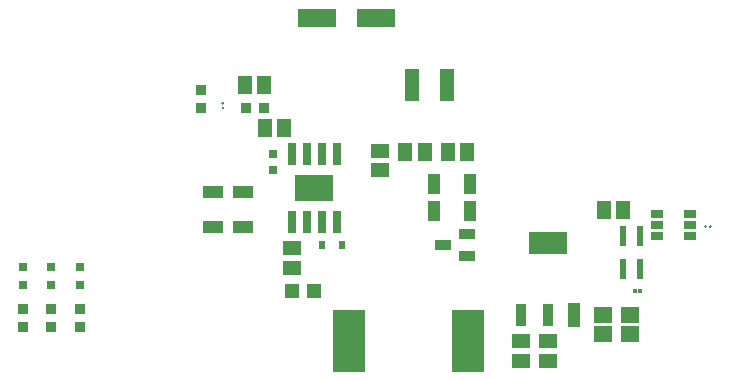
<source format=gbr>
%TF.GenerationSoftware,Altium Limited,Altium Designer,24.2.2 (26)*%
G04 Layer_Color=8421504*
%FSLAX45Y45*%
%MOMM*%
%TF.SameCoordinates,B44B2995-802D-4FBC-A6AD-B2E30319FF36*%
%TF.FilePolarity,Positive*%
%TF.FileFunction,Paste,Top*%
%TF.Part,Single*%
G01*
G75*
%TA.AperFunction,SMDPad,CuDef*%
%ADD10R,0.80000X0.80000*%
%ADD12R,1.00000X0.80000*%
%ADD13R,0.55000X1.75000*%
%ADD14R,3.20000X1.60000*%
%ADD15R,1.50000X1.30000*%
%ADD16R,0.85000X0.90000*%
%ADD17R,1.30000X1.50000*%
%ADD18R,0.90000X0.85000*%
%ADD19R,1.17000X2.72000*%
%ADD20R,0.70000X1.90000*%
%ADD21R,3.30700X2.28700*%
G04:AMPARAMS|DCode=22|XSize=0.76mm|YSize=0.6604mm|CornerRadius=0.08255mm|HoleSize=0mm|Usage=FLASHONLY|Rotation=180.000|XOffset=0mm|YOffset=0mm|HoleType=Round|Shape=RoundedRectangle|*
%AMROUNDEDRECTD22*
21,1,0.76000,0.49530,0,0,180.0*
21,1,0.59490,0.66040,0,0,180.0*
1,1,0.16510,-0.29745,0.24765*
1,1,0.16510,0.29745,0.24765*
1,1,0.16510,0.29745,-0.24765*
1,1,0.16510,-0.29745,-0.24765*
%
%ADD22ROUNDEDRECTD22*%
%ADD23R,1.74000X0.99000*%
%ADD24R,1.20000X1.20000*%
%ADD26R,2.80000X5.30000*%
%ADD27R,0.99000X1.74000*%
%ADD28R,1.40000X0.90000*%
%ADD29R,0.60000X0.80000*%
%ADD30R,0.90000X1.90000*%
%ADD31R,3.20000X1.90000*%
%TA.AperFunction,NonConductor*%
%ADD55C,0.12800*%
%TA.AperFunction,SMDPad,CuDef*%
%ADD89R,1.60000X1.40000*%
%ADD90R,0.30000X0.38000*%
%ADD91R,1.00000X2.00000*%
D10*
X637540Y1812360D02*
D03*
Y1662360D02*
D03*
X154940Y1812360D02*
D03*
Y1662360D02*
D03*
X396240Y1812360D02*
D03*
Y1662360D02*
D03*
D12*
X5529240Y2076700D02*
D03*
Y2171700D02*
D03*
Y2266700D02*
D03*
X5804240D02*
D03*
Y2171700D02*
D03*
Y2076700D02*
D03*
D13*
X5378600Y2075520D02*
D03*
Y1800520D02*
D03*
X5238600Y2075520D02*
D03*
Y1800520D02*
D03*
D14*
X3145600Y3921760D02*
D03*
X2645600D02*
D03*
D15*
X4599940Y1187400D02*
D03*
X2433320Y1809800D02*
D03*
Y1974800D02*
D03*
X3180080Y2632760D02*
D03*
Y2797760D02*
D03*
X4373880Y1022400D02*
D03*
Y1187400D02*
D03*
X4599940Y1022400D02*
D03*
D16*
X2200940Y3162300D02*
D03*
X2045940D02*
D03*
D17*
X2035860Y3355340D02*
D03*
X2200860D02*
D03*
X2203500Y2989580D02*
D03*
X2368500D02*
D03*
X3755440Y2788920D02*
D03*
X3920440D02*
D03*
X3392220D02*
D03*
X3557220D02*
D03*
X5073700Y2301240D02*
D03*
X5238700D02*
D03*
D18*
X1663700Y3161000D02*
D03*
Y3316000D02*
D03*
X154940Y1304260D02*
D03*
Y1459260D02*
D03*
X396240Y1304260D02*
D03*
Y1459260D02*
D03*
X637540Y1304260D02*
D03*
Y1459260D02*
D03*
D19*
X3454720Y3355340D02*
D03*
X3748720D02*
D03*
D20*
X2433320Y2196140D02*
D03*
X2560320D02*
D03*
X2687320D02*
D03*
X2814320D02*
D03*
Y2771140D02*
D03*
X2687320D02*
D03*
X2560320D02*
D03*
X2433320D02*
D03*
D21*
X2623820Y2483640D02*
D03*
D22*
X2278380Y2772560D02*
D03*
Y2632560D02*
D03*
D23*
X2016681Y2152640D02*
D03*
Y2449639D02*
D03*
X1765221Y2152640D02*
D03*
Y2449639D02*
D03*
D24*
X2622300Y1612900D02*
D03*
X2432300D02*
D03*
D26*
X3928920Y1191260D02*
D03*
X2918920D02*
D03*
D27*
X3938180Y2288540D02*
D03*
X3641180D02*
D03*
X3938180Y2519680D02*
D03*
X3641180D02*
D03*
D28*
X3710080Y2001520D02*
D03*
X3920080Y1906520D02*
D03*
Y2096520D02*
D03*
D29*
X2858680Y1998980D02*
D03*
X2688680D02*
D03*
D30*
X4374940Y1409500D02*
D03*
X4599940D02*
D03*
D31*
Y2019500D02*
D03*
D55*
X5983500Y2156460D02*
G03*
X5983500Y2156460I-6400J0D01*
G01*
X5941900D02*
G03*
X5941900Y2156460I-6400J0D01*
G01*
X1855799Y3202188D02*
G03*
X1855799Y3202188I-6400J0D01*
G01*
Y3160588D02*
G03*
X1855799Y3160588I-6400J0D01*
G01*
X5389140Y1610360D02*
G03*
X5389140Y1610360I-6400J0D01*
G01*
X5347540D02*
G03*
X5347540Y1610360I-6400J0D01*
G01*
D89*
X5293360Y1245920D02*
D03*
Y1410920D02*
D03*
X5072380Y1245920D02*
D03*
Y1410920D02*
D03*
D90*
X5381940Y1610360D02*
D03*
X5341940D02*
D03*
D91*
X4824940Y1409500D02*
D03*
%TF.MD5,131150cc002d651c3cb1ed7e218972f4*%
M02*

</source>
